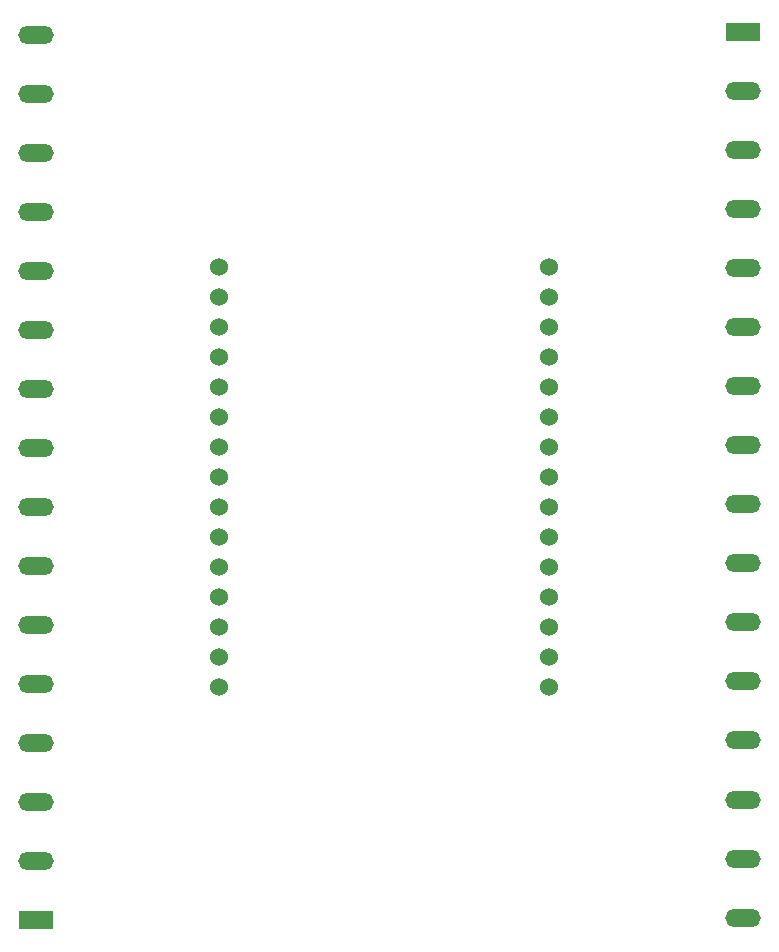
<source format=gbr>
%TF.GenerationSoftware,KiCad,Pcbnew,(5.1.8-0-10_14)*%
%TF.CreationDate,2021-01-01T23:10:54+08:00*%
%TF.ProjectId,nodemcu shield,6e6f6465-6d63-4752-9073-6869656c642e,rev?*%
%TF.SameCoordinates,Original*%
%TF.FileFunction,Soldermask,Top*%
%TF.FilePolarity,Negative*%
%FSLAX46Y46*%
G04 Gerber Fmt 4.6, Leading zero omitted, Abs format (unit mm)*
G04 Created by KiCad (PCBNEW (5.1.8-0-10_14)) date 2021-01-01 23:10:54*
%MOMM*%
%LPD*%
G01*
G04 APERTURE LIST*
%ADD10C,1.524000*%
%ADD11O,3.000000X1.500000*%
%ADD12R,3.000000X1.500000*%
G04 APERTURE END LIST*
D10*
%TO.C,U1*%
X135610000Y-109900000D03*
X135610000Y-112440000D03*
X135610000Y-114980000D03*
X135610000Y-117520000D03*
X135610000Y-120060000D03*
X135610000Y-122600000D03*
X135610000Y-125140000D03*
X135610000Y-127680000D03*
X135610000Y-130220000D03*
X135610000Y-132760000D03*
X135610000Y-135300000D03*
X135610000Y-137840000D03*
X135610000Y-140380000D03*
X135610000Y-142920000D03*
X135610000Y-145460000D03*
X107670000Y-145460000D03*
X107670000Y-142920000D03*
X107670000Y-140380000D03*
X107670000Y-137840000D03*
X107670000Y-135300000D03*
X107670000Y-132760000D03*
X107670000Y-130220000D03*
X107670000Y-127680000D03*
X107670000Y-125140000D03*
X107670000Y-122600000D03*
X107670000Y-120060000D03*
X107670000Y-117520000D03*
X107670000Y-114980000D03*
X107670000Y-112440000D03*
X107670000Y-109900000D03*
%TD*%
D11*
%TO.C,J2*%
X152000000Y-165000000D03*
X152000000Y-160000000D03*
X152000000Y-155000000D03*
X152000000Y-150000000D03*
X152000000Y-145000000D03*
X152000000Y-140000000D03*
X152000000Y-135000000D03*
X152000000Y-130000000D03*
X152000000Y-125000000D03*
X152000000Y-120000000D03*
X152000000Y-115000000D03*
X152000000Y-110000000D03*
X152000000Y-105000000D03*
X152000000Y-100000000D03*
X152000000Y-95000000D03*
D12*
X152000000Y-90000000D03*
%TD*%
D11*
%TO.C,J1*%
X92190000Y-90240000D03*
X92190000Y-95240000D03*
X92190000Y-100240000D03*
X92190000Y-105240000D03*
X92190000Y-110240000D03*
X92190000Y-115240000D03*
X92190000Y-120240000D03*
X92190000Y-125240000D03*
X92190000Y-130240000D03*
X92190000Y-135240000D03*
X92190000Y-140240000D03*
X92190000Y-145240000D03*
X92190000Y-150240000D03*
X92190000Y-155240000D03*
X92190000Y-160240000D03*
D12*
X92190000Y-165240000D03*
%TD*%
M02*

</source>
